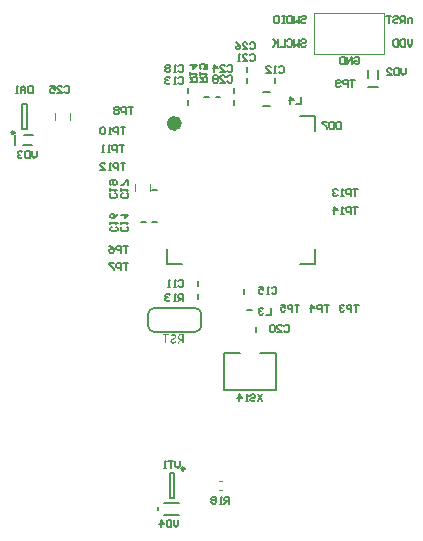
<source format=gbo>
G04*
G04 #@! TF.GenerationSoftware,Altium Limited,Altium Designer,20.1.8 (145)*
G04*
G04 Layer_Color=32896*
%FSTAX43Y43*%
%MOMM*%
G71*
G04*
G04 #@! TF.SameCoordinates,C49A0B41-0C8C-4AB0-A7A6-883BC44C46A5*
G04*
G04*
G04 #@! TF.FilePolarity,Positive*
G04*
G01*
G75*
%ADD10C,0.150*%
%ADD11C,0.250*%
%ADD16C,0.100*%
%ADD17C,0.200*%
%ADD97C,0.700*%
G36*
X0074967Y0043295D02*
X0074979Y0043289D01*
X0074988Y0043282D01*
X0074993Y0043272D01*
X0074997Y0043263D01*
X0074999Y0043256D01*
X0075Y004325D01*
Y0043248D01*
Y004255D01*
X0074997Y0042533D01*
X0074992Y0042521D01*
X0074983Y0042512D01*
X0074974Y0042507D01*
X0074965Y0042503D01*
X0074957Y0042501D01*
X0074951Y00425D01*
X0074949D01*
X0074932Y0042503D01*
X007492Y0042508D01*
X007491Y0042515D01*
X0074904Y0042525D01*
X00749Y0042535D01*
X0074899Y0042542D01*
X0074897Y0042547D01*
Y004255D01*
Y0042809D01*
X007475D01*
X007461Y0042528D01*
X0074603Y0042518D01*
X0074596Y0042511D01*
X0074588Y0042507D01*
X0074581Y0042504D01*
X0074574Y0042501D01*
X0074569Y00425D01*
X0074563D01*
X0074556Y0042501D01*
X0074549Y0042503D01*
X0074537Y0042508D01*
X007453Y0042512D01*
X0074527Y0042515D01*
X0074522Y0042521D01*
X0074517Y0042528D01*
X0074512Y0042539D01*
X007451Y0042547D01*
Y0042549D01*
Y004255D01*
X0074512Y0042558D01*
X0074513Y0042565D01*
X0074516Y0042571D01*
X0074517Y0042572D01*
X0074652Y0042831D01*
X0074627Y0042843D01*
X0074605Y0042856D01*
X0074587Y0042872D01*
X007457Y0042888D01*
X0074556Y0042906D01*
X0074545Y0042926D01*
X0074535Y0042944D01*
X0074528Y0042963D01*
X0074523Y0042981D01*
X0074517Y0042998D01*
X0074515Y0043013D01*
X0074513Y0043027D01*
X0074512Y0043038D01*
X007451Y0043046D01*
Y0043052D01*
Y0043053D01*
X0074512Y0043071D01*
X0074513Y0043089D01*
X0074522Y0043123D01*
X0074533Y0043152D01*
X0074547Y0043177D01*
X007456Y0043198D01*
X0074566Y0043206D01*
X0074571Y0043213D01*
X0074576Y0043218D01*
X007458Y0043223D01*
X0074581Y0043224D01*
X0074583Y0043225D01*
X0074596Y0043238D01*
X007461Y0043249D01*
X0074624Y0043259D01*
X0074639Y0043267D01*
X0074669Y0043279D01*
X0074696Y0043289D01*
X007472Y0043293D01*
X007473Y0043295D01*
X0074739Y0043296D01*
X0074746Y0043297D01*
X007495D01*
X0074967Y0043295D01*
D02*
G37*
G36*
X0074193D02*
X0074222Y0043288D01*
X0074246Y0043278D01*
X0074268Y0043267D01*
X0074284Y0043256D01*
X0074297Y0043246D01*
X0074305Y0043239D01*
X0074307Y0043238D01*
X0074308Y0043236D01*
X0074319Y0043225D01*
X0074327Y0043213D01*
X0074343Y0043189D01*
X0074352Y0043164D01*
X0074361Y0043142D01*
X0074365Y0043123D01*
X0074366Y0043106D01*
X0074368Y00431D01*
Y0043096D01*
Y0043094D01*
Y0043092D01*
X0074366Y004307D01*
X0074363Y0043048D01*
X0074358Y0043028D01*
X007435Y004301D01*
X0074341Y0042994D01*
X0074333Y0042978D01*
X0074322Y0042966D01*
X0074312Y0042953D01*
X0074302Y0042942D01*
X0074291Y0042934D01*
X0074283Y0042926D01*
X0074273Y004292D01*
X0074266Y0042915D01*
X0074261Y0042912D01*
X0074258Y0042911D01*
X0074257Y0042909D01*
X0074025Y0042797D01*
X007401Y0042784D01*
X0073999Y004277D01*
X0073992Y0042755D01*
X0073986Y004274D01*
X0073983Y0042726D01*
X0073981Y0042715D01*
Y0042708D01*
Y0042707D01*
Y0042705D01*
X0073982Y004269D01*
X0073986Y0042676D01*
X007399Y0042664D01*
X0073996Y0042653D01*
X0074003Y0042644D01*
X0074007Y0042637D01*
X0074011Y0042633D01*
X0074013Y0042632D01*
X0074025Y0042622D01*
X0074036Y0042614D01*
X0074049Y0042608D01*
X007406Y0042605D01*
X0074069Y0042603D01*
X0074078Y0042601D01*
X0074104D01*
X0074124Y0042604D01*
X007414Y0042605D01*
X0074154Y0042608D01*
X0074167Y0042611D01*
X0074175Y0042612D01*
X0074182Y0042615D01*
X0074183D01*
X0074208Y0042628D01*
X007423Y0042637D01*
X0074248Y0042647D01*
X0074264Y0042655D01*
X0074276Y0042662D01*
X0074284Y0042666D01*
X007429Y0042669D01*
X0074291Y0042671D01*
X0074301Y0042675D01*
X0074309Y0042676D01*
X0074315Y0042678D01*
X0074325D01*
X0074332Y0042675D01*
X0074344Y0042671D01*
X0074351Y0042665D01*
X0074352Y0042664D01*
X0074354Y0042662D01*
X0074362Y0042651D01*
X0074366Y004264D01*
X0074368Y0042632D01*
Y0042629D01*
Y0042628D01*
X0074366Y0042619D01*
X0074365Y0042611D01*
X0074357Y0042597D01*
X007435Y0042589D01*
X0074348Y0042587D01*
X0074347Y0042586D01*
X0074325Y0042571D01*
X0074302Y0042558D01*
X007428Y0042546D01*
X0074257Y0042536D01*
X0074234Y0042528D01*
X0074214Y0042521D01*
X0074172Y0042511D01*
X0074154Y0042507D01*
X0074137Y0042504D01*
X0074122Y0042503D01*
X007411Y0042501D01*
X0074099Y00425D01*
X0074085D01*
X0074069Y0042501D01*
X0074054Y0042503D01*
X0074026Y004251D01*
X0074001Y0042519D01*
X0073981Y0042531D01*
X0073963Y004254D01*
X007395Y004255D01*
X0073942Y0042557D01*
X0073939Y004256D01*
X0073928Y0042571D01*
X0073918Y0042583D01*
X0073904Y0042608D01*
X0073893Y0042633D01*
X0073885Y0042655D01*
X0073881Y0042675D01*
X0073879Y0042691D01*
X0073878Y0042697D01*
Y0042701D01*
Y0042704D01*
Y0042705D01*
X0073879Y0042727D01*
X0073882Y0042748D01*
X0073889Y0042768D01*
X0073896Y0042786D01*
X0073904Y0042802D01*
X0073914Y0042818D01*
X0073924Y004283D01*
X0073935Y0042843D01*
X0073946Y0042852D01*
X0073956Y0042862D01*
X0073965Y004287D01*
X0073974Y0042876D01*
X0073981Y0042881D01*
X0073986Y0042884D01*
X007399Y0042887D01*
X0073992D01*
X007421Y0042999D01*
X0074228Y0043012D01*
X0074241Y0043026D01*
X0074251Y0043041D01*
X0074258Y0043056D01*
X0074262Y004307D01*
X0074264Y0043081D01*
X0074265Y0043089D01*
Y0043091D01*
Y0043092D01*
X0074264Y0043107D01*
X0074261Y0043121D01*
X0074255Y0043134D01*
X007425Y0043145D01*
X0074246Y0043153D01*
X007424Y004316D01*
X0074237Y0043164D01*
X0074236Y0043166D01*
X0074223Y0043175D01*
X0074211Y0043184D01*
X00742Y0043189D01*
X0074187Y0043192D01*
X0074178Y0043195D01*
X0074169Y0043196D01*
X0074162D01*
X007413Y0043195D01*
X00741Y0043191D01*
X0074071Y0043185D01*
X0074044Y004318D01*
X0074022Y0043173D01*
X0074013Y004317D01*
X0074006Y0043167D01*
X0073999Y0043164D01*
X0073995Y0043163D01*
X0073992Y0043162D01*
X007399D01*
X0073982Y0043159D01*
X0073975Y0043157D01*
X0073971Y0043156D01*
X007397D01*
X0073961Y0043157D01*
X0073954Y0043159D01*
X0073943Y0043164D01*
X0073936Y0043168D01*
X0073934Y0043171D01*
X0073928Y0043177D01*
X0073925Y0043184D01*
X007392Y0043195D01*
X0073918Y0043205D01*
Y0043206D01*
Y0043207D01*
X007392Y0043217D01*
X0073922Y0043227D01*
X0073932Y0043241D01*
X0073938Y0043246D01*
X0073943Y004325D01*
X0073946Y0043252D01*
X0073947Y0043253D01*
X0073963Y0043261D01*
X0073978Y0043268D01*
X0074013Y0043279D01*
X0074049Y0043286D01*
X0074083Y0043292D01*
X0074099Y0043293D01*
X0074114Y0043295D01*
X0074128Y0043296D01*
X0074139Y0043297D01*
X0074178D01*
X0074193Y0043295D01*
D02*
G37*
G36*
X0073702D02*
X0073714Y0043289D01*
X0073723Y0043282D01*
X0073728Y0043272D01*
X0073732Y0043263D01*
X0073734Y0043256D01*
X0073735Y004325D01*
Y0043248D01*
X0073732Y0043231D01*
X0073727Y0043218D01*
X007372Y0043209D01*
X007371Y0043203D01*
X0073701Y0043199D01*
X0073694Y0043198D01*
X0073688Y0043196D01*
X0073542D01*
Y004255D01*
X007354Y0042533D01*
X0073534Y0042521D01*
X0073526Y0042512D01*
X0073516Y0042507D01*
X0073508Y0042503D01*
X0073499Y0042501D01*
X0073494Y00425D01*
X0073491D01*
X0073474Y0042503D01*
X0073462Y0042508D01*
X0073452Y0042515D01*
X0073447Y0042525D01*
X0073443Y0042535D01*
X0073441Y0042542D01*
X007344Y0042547D01*
Y004255D01*
Y0043196D01*
X0073298D01*
X0073282Y0043199D01*
X0073269Y0043205D01*
X007326Y0043213D01*
X0073254Y0043223D01*
X007325Y0043231D01*
X0073248Y0043239D01*
X0073247Y0043245D01*
Y0043248D01*
X007325Y0043264D01*
X0073255Y0043277D01*
X0073264Y0043285D01*
X0073272Y0043292D01*
X0073282Y0043295D01*
X007329Y0043296D01*
X0073296Y0043297D01*
X0073685D01*
X0073702Y0043295D01*
D02*
G37*
%LPC*%
G36*
X0074897Y0043196D02*
X0074756D01*
X0074734Y0043195D01*
X0074714Y0043189D01*
X0074698Y0043184D01*
X0074682Y0043175D01*
X0074671Y0043168D01*
X0074662Y0043162D01*
X0074656Y0043156D01*
X0074655Y0043155D01*
X0074641Y0043138D01*
X0074631Y0043121D01*
X0074623Y0043105D01*
X0074619Y0043088D01*
X0074616Y0043074D01*
X0074613Y0043063D01*
Y0043056D01*
Y0043055D01*
Y0043053D01*
X0074614Y0043031D01*
X007462Y0043012D01*
X0074626Y0042994D01*
X0074634Y004298D01*
X0074641Y0042967D01*
X0074648Y0042958D01*
X0074653Y0042952D01*
X0074655Y0042951D01*
X0074671Y0042937D01*
X0074688Y0042927D01*
X0074705Y004292D01*
X0074721Y0042916D01*
X0074735Y0042913D01*
X0074746Y0042911D01*
X0074897D01*
Y0043196D01*
D02*
G37*
%LPD*%
D10*
X0075989Y0043489D02*
G03*
X0076Y00435I0J0000011D01*
G01*
D02*
G03*
X00765Y0044I0J00005D01*
G01*
Y0045D02*
G03*
X0076Y00455I-00005J0D01*
G01*
X00725D02*
G03*
X0072Y0045I0J-00005D01*
G01*
Y0043989D02*
G03*
X00725Y0043489I00005J0D01*
G01*
X00765Y0044D02*
Y0045D01*
X00725Y00455D02*
X0076D01*
X0072Y0043989D02*
Y0045D01*
X00725Y0043489D02*
X0075989D01*
X00738Y002945D02*
Y003155D01*
X00742Y002945D02*
Y003155D01*
X00738Y002945D02*
X00742D01*
X00738Y003155D02*
X00742D01*
X0073362Y0028D02*
X0074562D01*
X0073362Y0029D02*
X0074562D01*
X0072787Y0028375D02*
Y0028625D01*
X00617Y00607D02*
Y00628D01*
X00613Y00607D02*
Y00628D01*
X00617D01*
X00613Y00607D02*
X00617D01*
X006075Y0059325D02*
Y006015D01*
X0061425Y0059325D02*
X0062175D01*
X006145Y0060175D02*
X00622D01*
X0090575Y006495D02*
Y00657D01*
X0091425Y0064925D02*
Y0065675D01*
X00906Y006425D02*
X0091425D01*
X00736Y004925D02*
X007485D01*
X00736D02*
Y00505D01*
X00861Y004925D02*
Y00505D01*
X008485Y004925D02*
X00861D01*
X008485Y006175D02*
X00861D01*
Y00605D02*
Y006175D01*
X0081675Y00638D02*
X0082325D01*
X0081675Y00626D02*
X0082325D01*
X009435Y006825D02*
Y006785D01*
X009415Y006765D01*
X009395Y006785D01*
Y006825D01*
X009375D02*
Y006765D01*
X009345D01*
X009335Y006775D01*
Y006815D01*
X009345Y006825D01*
X009375D01*
X009315D02*
Y006765D01*
X009285D01*
X0092751Y006775D01*
Y006815D01*
X009285Y006825D01*
X009315D01*
X008945Y006665D02*
X008955Y006675D01*
X008975D01*
X008985Y006665D01*
Y006625D01*
X008975Y006615D01*
X008955D01*
X008945Y006625D01*
Y006645D01*
X008965D01*
X008925Y006615D02*
Y006675D01*
X008885Y006615D01*
Y006675D01*
X008865D02*
Y006615D01*
X008835D01*
X0088251Y006625D01*
Y006665D01*
X008835Y006675D01*
X008865D01*
X009435Y006965D02*
Y007005D01*
X009405D01*
X009395Y006995D01*
Y006965D01*
X009375D02*
Y007025D01*
X009345D01*
X009335Y007015D01*
Y006995D01*
X009345Y006985D01*
X009375D01*
X009355D02*
X009335Y006965D01*
X0092751Y007015D02*
X009285Y007025D01*
X009305D01*
X009315Y007015D01*
Y007005D01*
X009305Y006995D01*
X009285D01*
X0092751Y006985D01*
Y006975D01*
X009285Y006965D01*
X009305D01*
X009315Y006975D01*
X0092551Y007025D02*
X0092151D01*
X0092351D01*
Y006965D01*
X008495Y006815D02*
X008505Y006825D01*
X008525D01*
X008535Y006815D01*
Y006805D01*
X008525Y006795D01*
X008505D01*
X008495Y006785D01*
Y006775D01*
X008505Y006765D01*
X008525D01*
X008535Y006775D01*
X008475Y006825D02*
Y006765D01*
X008455Y006785D01*
X008435Y006765D01*
Y006825D01*
X0083751Y006815D02*
X008385Y006825D01*
X008405D01*
X008415Y006815D01*
Y006775D01*
X008405Y006765D01*
X008385D01*
X0083751Y006775D01*
X0083551Y006825D02*
Y006765D01*
X0083151D01*
X0082951Y006825D02*
Y006765D01*
Y006785D01*
X0082551Y006825D01*
X0082851Y006795D01*
X0082551Y006765D01*
X008495Y007015D02*
X008505Y007025D01*
X008525D01*
X008535Y007015D01*
Y007005D01*
X008525Y006995D01*
X008505D01*
X008495Y006985D01*
Y006975D01*
X008505Y006965D01*
X008525D01*
X008535Y006975D01*
X008475Y007025D02*
Y006965D01*
X008455Y006985D01*
X008435Y006965D01*
Y007025D01*
X008415D02*
Y006965D01*
X008385D01*
X0083751Y006975D01*
Y007015D01*
X008385Y007025D01*
X008415D01*
X0083551D02*
X0083351D01*
X0083451D01*
Y006965D01*
X0083551D01*
X0083351D01*
X0082751Y007025D02*
X0082951D01*
X0083051Y007015D01*
Y006975D01*
X0082951Y006965D01*
X0082751D01*
X0082651Y006975D01*
Y007015D01*
X0082751Y007025D01*
X00747Y003255D02*
Y003215D01*
X00745Y003195D01*
X00743Y003215D01*
Y003255D01*
X00741D02*
X00737D01*
X00739D01*
Y003195D01*
X00735D02*
X00733D01*
X00734D01*
Y003255D01*
X00735Y003245D01*
X007455Y002755D02*
Y002715D01*
X007435Y002695D01*
X007415Y002715D01*
Y002755D01*
X007395D02*
Y002695D01*
X007365D01*
X007355Y002705D01*
Y002745D01*
X007365Y002755D01*
X007395D01*
X007305Y002695D02*
Y002755D01*
X007335Y002725D01*
X007295D01*
X007885Y002895D02*
Y002955D01*
X007855D01*
X007845Y002945D01*
Y002925D01*
X007855Y002915D01*
X007885D01*
X007865D02*
X007845Y002895D01*
X007825D02*
X007805D01*
X007815D01*
Y002955D01*
X007825Y002945D01*
X007775D02*
X007765Y002955D01*
X007745D01*
X007735Y002945D01*
Y002935D01*
X007745Y002925D01*
X007735Y002915D01*
Y002905D01*
X007745Y002895D01*
X007765D01*
X007775Y002905D01*
Y002915D01*
X007765Y002925D01*
X007775Y002935D01*
Y002945D01*
X007765Y002925D02*
X007745D01*
X006255Y00588D02*
Y00584D01*
X006235Y00582D01*
X006215Y00584D01*
Y00588D01*
X006195D02*
Y00582D01*
X006165D01*
X006155Y00583D01*
Y00587D01*
X006165Y00588D01*
X006195D01*
X006135Y00587D02*
X006125Y00588D01*
X006105D01*
X006095Y00587D01*
Y00586D01*
X006105Y00585D01*
X006115D01*
X006105D01*
X006095Y00584D01*
Y00583D01*
X006105Y00582D01*
X006125D01*
X006135Y00583D01*
X00622Y00643D02*
Y00637D01*
X00619D01*
X00618Y00638D01*
Y00642D01*
X00619Y00643D01*
X00622D01*
X00616Y00637D02*
Y00641D01*
X00614Y00643D01*
X00612Y00641D01*
Y00637D01*
Y0064D01*
X00616D01*
X0061Y00637D02*
X00608D01*
X00609D01*
Y00643D01*
X0061Y00642D01*
X00649D02*
X0065Y00643D01*
X00652D01*
X00653Y00642D01*
Y00638D01*
X00652Y00637D01*
X0065D01*
X00649Y00638D01*
X00643Y00637D02*
X00647D01*
X00643Y00641D01*
Y00642D01*
X00644Y00643D01*
X00646D01*
X00647Y00642D01*
X00637Y00643D02*
X00641D01*
Y0064D01*
X00639Y00641D01*
X00638D01*
X00637Y0064D01*
Y00638D01*
X00638Y00637D01*
X0064D01*
X00641Y00638D01*
X00883Y00613D02*
Y00607D01*
X0088D01*
X00879Y00608D01*
Y00612D01*
X0088Y00613D01*
X00883D01*
X00877D02*
Y00607D01*
X00874D01*
X00873Y00608D01*
Y00612D01*
X00874Y00613D01*
X00877D01*
X00871D02*
X00867D01*
Y00612D01*
X00871Y00608D01*
Y00607D01*
X008165Y00382D02*
X008125Y00376D01*
Y00382D02*
X008165Y00376D01*
X008065Y00381D02*
X008075Y00382D01*
X008095D01*
X008105Y00381D01*
Y0038D01*
X008095Y00379D01*
X008075D01*
X008065Y00378D01*
Y00377D01*
X008075Y00376D01*
X008095D01*
X008105Y00377D01*
X008045Y00376D02*
X008025D01*
X008035D01*
Y00382D01*
X008045Y00381D01*
X007965Y00376D02*
Y00382D01*
X007995Y00379D01*
X007955D01*
X00938Y00658D02*
Y00654D01*
X00936Y00652D01*
X00934Y00654D01*
Y00658D01*
X00932D02*
Y00652D01*
X00929D01*
X00928Y00653D01*
Y00657D01*
X00929Y00658D01*
X00932D01*
X00922Y00652D02*
X00926D01*
X00922Y00656D01*
Y00657D01*
X00923Y00658D01*
X00925D01*
X00926Y00657D01*
X0089731Y0054074D02*
X0089331D01*
X0089531D01*
Y0053474D01*
X0089132D02*
Y0054074D01*
X0088832D01*
X0088732Y0053974D01*
Y0053774D01*
X0088832Y0053674D01*
X0089132D01*
X0088532Y0053474D02*
X0088332D01*
X0088432D01*
Y0054074D01*
X0088532Y0053974D01*
X0087732Y0053474D02*
Y0054074D01*
X0088032Y0053774D01*
X0087632D01*
X0089731Y0055574D02*
X0089331D01*
X0089531D01*
Y0054974D01*
X0089132D02*
Y0055574D01*
X0088832D01*
X0088732Y0055474D01*
Y0055274D01*
X0088832Y0055174D01*
X0089132D01*
X0088532Y0054974D02*
X0088332D01*
X0088432D01*
Y0055574D01*
X0088532Y0055474D01*
X0088032D02*
X0087932Y0055574D01*
X0087732D01*
X0087632Y0055474D01*
Y0055374D01*
X0087732Y0055274D01*
X0087832D01*
X0087732D01*
X0087632Y0055174D01*
Y0055074D01*
X0087732Y0054974D01*
X0087932D01*
X0088032Y0055074D01*
X007005Y00578D02*
X006965D01*
X006985D01*
Y00572D01*
X006945D02*
Y00578D01*
X006915D01*
X006905Y00577D01*
Y00575D01*
X006915Y00574D01*
X006945D01*
X006885Y00572D02*
X006865D01*
X006875D01*
Y00578D01*
X006885Y00577D01*
X006795Y00572D02*
X006835D01*
X006795Y00576D01*
Y00577D01*
X006805Y00578D01*
X006825D01*
X006835Y00577D01*
X006995Y00593D02*
X006955D01*
X006975D01*
Y00587D01*
X006935D02*
Y00593D01*
X006905D01*
X006895Y00592D01*
Y0059D01*
X006905Y00589D01*
X006935D01*
X006875Y00587D02*
X006855D01*
X006865D01*
Y00593D01*
X006875Y00592D01*
X006825Y00587D02*
X006805D01*
X006815D01*
Y00593D01*
X006825Y00592D01*
X007005Y00608D02*
X006965D01*
X006985D01*
Y00602D01*
X006945D02*
Y00608D01*
X006915D01*
X006905Y00607D01*
Y00605D01*
X006915Y00604D01*
X006945D01*
X006885Y00602D02*
X006865D01*
X006875D01*
Y00608D01*
X006885Y00607D01*
X006835D02*
X006825Y00608D01*
X006805D01*
X006795Y00607D01*
Y00603D01*
X006805Y00602D01*
X006825D01*
X006835Y00603D01*
Y00607D01*
X0089484Y0064836D02*
X0089084D01*
X0089284D01*
Y0064237D01*
X0088884D02*
Y0064836D01*
X0088584D01*
X0088485Y0064736D01*
Y0064536D01*
X0088584Y0064437D01*
X0088884D01*
X0088285Y0064337D02*
X0088185Y0064237D01*
X0087985D01*
X0087885Y0064337D01*
Y0064736D01*
X0087985Y0064836D01*
X0088185D01*
X0088285Y0064736D01*
Y0064636D01*
X0088185Y0064536D01*
X0087885D01*
X007071Y0062538D02*
X007031D01*
X007051D01*
Y0061938D01*
X007011D02*
Y0062538D01*
X0069811D01*
X0069711Y0062438D01*
Y0062238D01*
X0069811Y0062138D01*
X007011D01*
X0069511Y0062438D02*
X0069411Y0062538D01*
X0069211D01*
X0069111Y0062438D01*
Y0062338D01*
X0069211Y0062238D01*
X0069111Y0062138D01*
Y0062038D01*
X0069211Y0061938D01*
X0069411D01*
X0069511Y0062038D01*
Y0062138D01*
X0069411Y0062238D01*
X0069511Y0062338D01*
Y0062438D01*
X0069411Y0062238D02*
X0069211D01*
X00703Y00493D02*
X00699D01*
X00701D01*
Y00487D01*
X00697D02*
Y00493D01*
X00694D01*
X00693Y00492D01*
Y0049D01*
X00694Y00489D01*
X00697D01*
X00691Y00493D02*
X00687D01*
Y00492D01*
X00691Y00488D01*
Y00487D01*
X00703Y00508D02*
X00699D01*
X00701D01*
Y00502D01*
X00697D02*
Y00508D01*
X00694D01*
X00693Y00507D01*
Y00505D01*
X00694Y00504D01*
X00697D01*
X00687Y00508D02*
X00689Y00507D01*
X00691Y00505D01*
Y00503D01*
X0069Y00502D01*
X00688D01*
X00687Y00503D01*
Y00504D01*
X00688Y00505D01*
X00691D01*
X00848Y00458D02*
X00844D01*
X00846D01*
Y00452D01*
X00842D02*
Y00458D01*
X00839D01*
X00838Y00457D01*
Y00455D01*
X00839Y00454D01*
X00842D01*
X00832Y00458D02*
X00836D01*
Y00455D01*
X00834Y00456D01*
X00833D01*
X00832Y00455D01*
Y00453D01*
X00833Y00452D01*
X00835D01*
X00836Y00453D01*
X00873Y00458D02*
X00869D01*
X00871D01*
Y00452D01*
X00867D02*
Y00458D01*
X00864D01*
X00863Y00457D01*
Y00455D01*
X00864Y00454D01*
X00867D01*
X00858Y00452D02*
Y00458D01*
X00861Y00455D01*
X00857D01*
X00898Y00458D02*
X00894D01*
X00896D01*
Y00452D01*
X00892D02*
Y00458D01*
X00889D01*
X00888Y00457D01*
Y00455D01*
X00889Y00454D01*
X00892D01*
X00886Y00457D02*
X00885Y00458D01*
X00883D01*
X00882Y00457D01*
Y00456D01*
X00883Y00455D01*
X00884D01*
X00883D01*
X00882Y00454D01*
Y00453D01*
X00883Y00452D01*
X00885D01*
X00886Y00453D01*
X00764Y006465D02*
X0077D01*
Y006495D01*
X00769Y006505D01*
X00767D01*
X00766Y006495D01*
Y006465D01*
Y006485D02*
X00764Y006505D01*
Y006525D02*
Y006545D01*
Y006535D01*
X0077D01*
X00769Y006525D01*
X0077Y006615D02*
Y006575D01*
X00767D01*
X00768Y006595D01*
Y006605D01*
X00767Y006615D01*
X00765D01*
X00764Y006605D01*
Y006585D01*
X00765Y006575D01*
X00755Y006465D02*
X00761D01*
Y006495D01*
X0076Y006505D01*
X00758D01*
X00757Y006495D01*
Y006465D01*
Y006485D02*
X00755Y006505D01*
Y006525D02*
Y006545D01*
Y006535D01*
X00761D01*
X0076Y006525D01*
X00755Y006605D02*
X00761D01*
X00758Y006575D01*
Y006615D01*
X007495Y00461D02*
Y00467D01*
X007465D01*
X007455Y00466D01*
Y00464D01*
X007465Y00463D01*
X007495D01*
X007475D02*
X007455Y00461D01*
X007435D02*
X007415D01*
X007425D01*
Y00467D01*
X007435Y00466D01*
X007385D02*
X007375Y00467D01*
X007355D01*
X007345Y00466D01*
Y00465D01*
X007355Y00464D01*
X007365D01*
X007355D01*
X007345Y00463D01*
Y00462D01*
X007355Y00461D01*
X007375D01*
X007385Y00462D01*
X00849Y00634D02*
Y00628D01*
X00845D01*
X0084D02*
Y00634D01*
X00843Y00631D01*
X00839D01*
X008235Y004555D02*
Y004495D01*
X008195D01*
X008175Y004545D02*
X008165Y004555D01*
X008145D01*
X008135Y004545D01*
Y004535D01*
X008145Y004525D01*
X008155D01*
X008145D01*
X008135Y004515D01*
Y004505D01*
X008145Y004495D01*
X008165D01*
X008175Y004505D01*
X00787Y00651D02*
X00788Y00652D01*
X0079D01*
X00791Y00651D01*
Y00647D01*
X0079Y00646D01*
X00788D01*
X00787Y00647D01*
X00781Y00646D02*
X00785D01*
X00781Y0065D01*
Y00651D01*
X00782Y00652D01*
X00784D01*
X00785Y00651D01*
X00779D02*
X00778Y00652D01*
X00776D01*
X00775Y00651D01*
Y0065D01*
X00776Y00649D01*
X00775Y00648D01*
Y00647D01*
X00776Y00646D01*
X00778D01*
X00779Y00647D01*
Y00648D01*
X00778Y00649D01*
X00779Y0065D01*
Y00651D01*
X00778Y00649D02*
X00776D01*
X00806Y00679D02*
X00807Y0068D01*
X00809D01*
X0081Y00679D01*
Y00675D01*
X00809Y00674D01*
X00807D01*
X00806Y00675D01*
X008Y00674D02*
X00804D01*
X008Y00678D01*
Y00679D01*
X00801Y0068D01*
X00803D01*
X00804Y00679D01*
X00794Y0068D02*
X00796Y00679D01*
X00798Y00677D01*
Y00675D01*
X00797Y00674D01*
X00795D01*
X00794Y00675D01*
Y00676D01*
X00795Y00677D01*
X00798D01*
X00787Y0066D02*
X00788Y00661D01*
X0079D01*
X00791Y0066D01*
Y00656D01*
X0079Y00655D01*
X00788D01*
X00787Y00656D01*
X00781Y00655D02*
X00785D01*
X00781Y00659D01*
Y0066D01*
X00782Y00661D01*
X00784D01*
X00785Y0066D01*
X00776Y00655D02*
Y00661D01*
X00779Y00658D01*
X00775D01*
X00806Y00669D02*
X00807Y0067D01*
X00809D01*
X0081Y00669D01*
Y00665D01*
X00809Y00664D01*
X00807D01*
X00806Y00665D01*
X008Y00664D02*
X00804D01*
X008Y00668D01*
Y00669D01*
X00801Y0067D01*
X00803D01*
X00804Y00669D01*
X00798Y00664D02*
X00796D01*
X00797D01*
Y0067D01*
X00798Y00669D01*
X00835Y004395D02*
X00836Y004405D01*
X00838D01*
X00839Y004395D01*
Y004355D01*
X00838Y004345D01*
X00836D01*
X00835Y004355D01*
X00829Y004345D02*
X00833D01*
X00829Y004385D01*
Y004395D01*
X0083Y004405D01*
X00832D01*
X00833Y004395D01*
X00827D02*
X00826Y004405D01*
X00824D01*
X00823Y004395D01*
Y004355D01*
X00824Y004345D01*
X00826D01*
X00827Y004355D01*
Y004395D01*
X0069218Y0055239D02*
X0069318Y0055139D01*
Y0054939D01*
X0069218Y0054839D01*
X0068818D01*
X0068718Y0054939D01*
Y0055139D01*
X0068818Y0055239D01*
X0068718Y0055439D02*
Y0055639D01*
Y0055539D01*
X0069318D01*
X0069218Y0055439D01*
X0068818Y0055939D02*
X0068718Y0056039D01*
Y0056239D01*
X0068818Y0056339D01*
X0069218D01*
X0069318Y0056239D01*
Y0056039D01*
X0069218Y0055939D01*
X0069118D01*
X0069018Y0056039D01*
Y0056339D01*
X007455Y0066D02*
X007465Y00661D01*
X007485D01*
X007495Y0066D01*
Y00656D01*
X007485Y00655D01*
X007465D01*
X007455Y00656D01*
X007435Y00655D02*
X007415D01*
X007425D01*
Y00661D01*
X007435Y0066D01*
X007385D02*
X007375Y00661D01*
X007355D01*
X007345Y0066D01*
Y00659D01*
X007355Y00658D01*
X007345Y00657D01*
Y00656D01*
X007355Y00655D01*
X007375D01*
X007385Y00656D01*
Y00657D01*
X007375Y00658D01*
X007385Y00659D01*
Y0066D01*
X007375Y00658D02*
X007355D01*
X0070218Y0055239D02*
X0070318Y0055139D01*
Y0054939D01*
X0070218Y0054839D01*
X0069818D01*
X0069718Y0054939D01*
Y0055139D01*
X0069818Y0055239D01*
X0069718Y0055439D02*
Y0055639D01*
Y0055539D01*
X0070318D01*
X0070218Y0055439D01*
X0070318Y0055939D02*
Y0056339D01*
X0070218D01*
X0069818Y0055939D01*
X0069718D01*
X00693Y0052403D02*
X00694Y0052303D01*
Y0052103D01*
X00693Y0052003D01*
X00689D01*
X00688Y0052103D01*
Y0052303D01*
X00689Y0052403D01*
X00688Y0052603D02*
Y0052803D01*
Y0052703D01*
X00694D01*
X00693Y0052603D01*
X00694Y0053502D02*
X00693Y0053302D01*
X00691Y0053102D01*
X00689D01*
X00688Y0053202D01*
Y0053402D01*
X00689Y0053502D01*
X0069D01*
X00691Y0053402D01*
Y0053102D01*
X008245Y00472D02*
X008255Y00473D01*
X008275D01*
X008285Y00472D01*
Y00468D01*
X008275Y00467D01*
X008255D01*
X008245Y00468D01*
X008225Y00467D02*
X008205D01*
X008215D01*
Y00473D01*
X008225Y00472D01*
X008135Y00473D02*
X008175D01*
Y0047D01*
X008155Y00471D01*
X008145D01*
X008135Y0047D01*
Y00468D01*
X008145Y00467D01*
X008165D01*
X008175Y00468D01*
X00702Y0052403D02*
X00703Y0052303D01*
Y0052103D01*
X00702Y0052003D01*
X00698D01*
X00697Y0052103D01*
Y0052303D01*
X00698Y0052403D01*
X00697Y0052603D02*
Y0052803D01*
Y0052703D01*
X00703D01*
X00702Y0052603D01*
X00697Y0053402D02*
X00703D01*
X007Y0053102D01*
Y0053502D01*
X007455Y0065D02*
X007465Y00651D01*
X007485D01*
X007495Y0065D01*
Y00646D01*
X007485Y00645D01*
X007465D01*
X007455Y00646D01*
X007435Y00645D02*
X007415D01*
X007425D01*
Y00651D01*
X007435Y0065D01*
X007385D02*
X007375Y00651D01*
X007355D01*
X007345Y0065D01*
Y00649D01*
X007355Y00648D01*
X007365D01*
X007355D01*
X007345Y00647D01*
Y00646D01*
X007355Y00645D01*
X007375D01*
X007385Y00646D01*
X008305Y00659D02*
X008315Y0066D01*
X008335D01*
X008345Y00659D01*
Y00655D01*
X008335Y00654D01*
X008315D01*
X008305Y00655D01*
X008285Y00654D02*
X008265D01*
X008275D01*
Y0066D01*
X008285Y00659D01*
X008195Y00654D02*
X008235D01*
X008195Y00658D01*
Y00659D01*
X008205Y0066D01*
X008225D01*
X008235Y00659D01*
X007455Y00478D02*
X007465Y00479D01*
X007485D01*
X007495Y00478D01*
Y00474D01*
X007485Y00473D01*
X007465D01*
X007455Y00474D01*
X007435Y00473D02*
X007415D01*
X007425D01*
Y00479D01*
X007435Y00478D01*
X007385Y00473D02*
X007365D01*
X007375D01*
Y00479D01*
X007385Y00478D01*
D11*
X0075075Y00319D02*
G03*
X0075075Y00319I-0000125J0D01*
G01*
X0060675Y006035D02*
G03*
X0060675Y006035I-0000125J0D01*
G01*
D16*
X0077975Y00309D02*
X0078225D01*
X0077975Y00301D02*
X0078225D01*
X006538Y0061447D02*
Y0062046D01*
X0064131Y006145D02*
Y0062048D01*
X0086Y00705D02*
X0092D01*
Y0067D02*
Y00705D01*
X0086Y0067D02*
X0092D01*
X0086D02*
Y00705D01*
X0070898Y0055389D02*
Y0055987D01*
X0072148Y0055386D02*
Y0055985D01*
D17*
X0080325Y0064575D02*
Y0064975D01*
X0080325Y00655D02*
Y00659D01*
X00793Y00627D02*
Y00631D01*
X00793Y00637D02*
Y00641D01*
X00777Y00634D02*
X00781D01*
X00767D02*
X00771D01*
X0082725Y0064575D02*
Y0064975D01*
X00754Y00627D02*
Y00631D01*
X00754Y00637D02*
Y00641D01*
X00714Y0052753D02*
X00718D01*
X00723Y0052753D02*
X00727D01*
X0072318Y0055489D02*
X0072718D01*
X00762Y00474D02*
Y00478D01*
X00762Y00463D02*
Y00467D01*
X00801Y00467D02*
Y00471D01*
X00804Y00453D02*
X00808D01*
X00811Y00435D02*
Y00439D01*
X00784Y0038588D02*
X00828D01*
Y0041713D01*
X00784Y0038588D02*
Y0041713D01*
X0081475D02*
X00828D01*
X00784D02*
X0079725D01*
D97*
X00745Y006115D02*
G03*
X00745Y006115I-00003J0D01*
G01*
M02*

</source>
